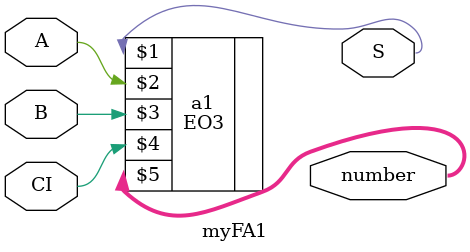
<source format=v>
module sigmoid (
	input         clk,
	input         rst_n,
	input         i_in_valid,
	input  [ 7:0] i_x,
	output [15:0] o_y,
	output        o_out_valid,
	output [50:0] number
);

// Your design

	wire [50:0] number0,partialnumber42,number42,partialnumber21,number21,number11,number12,number24,numberDFF;
	wire [6:0] ans_n4ton2,ans_n2ton1,ans_n1top1,ans_p1top2,ans_p2top4; // ans wire -4 to -2, -2 to -1 etc.

	// x = [-4,-2)
	wire [3:0] constant42;
	assign constant42 = 4'b1010; //approximation of 0.19971  7'b0011010
	wire [6:0] shift5; // input multiply 1/32
	//assign shift5[7] = i_x[7];
	assign shift5[6] = i_x[7];
	assign shift5[5] = i_x[7];
	assign shift5[4] = i_x[7];
	assign shift5[3] = i_x[6];
	assign shift5[2] = i_x[5];
	assign shift5[1] = i_x[4];
	assign shift5[0] = i_x[3];

	wire [6:0] shift6; // input multiply 1/64
	//assign shift6[7] = i_x[7];
	assign shift6[6] = i_x[7];
	assign shift6[5] = i_x[7];
	assign shift6[4] = i_x[7];
	assign shift6[3] = i_x[7];
	assign shift6[2] = i_x[6];
	assign shift6[1] = i_x[5];
	assign shift6[0] = i_x[4];

	wire [3:0] ax42; // ax of ax+b in [-4,-2) and [2,4): approximation of 0.04767x
	FA4 partialsum42(ax42,shift5[3:0],shift6[3:0],partialnumber42);
	wire [3:0] subans_n4ton2;
	FA4 ans42(subans_n4ton2,ax42,constant42,number42);
	assign ans_n4ton2 = {3'b000, subans_n4ton2};

	// x = [-2,-1)	
	wire [5:0] constant21;
	assign constant21 = 6'b110111; // approximation of 0.42199  7'b0110111
	wire [6:0] shift3; // input multiply 1/8
	//assign shift3[7] = i_x[7];
	assign shift3[6] = i_x[7];
	assign shift3[5] = i_x[6];
	assign shift3[4] = i_x[5];
	assign shift3[3] = i_x[4];
	assign shift3[2] = i_x[3];
	assign shift3[1] = i_x[2];
	assign shift3[0] = i_x[1];

	wire [5:0] ax21; // ax of ax+b in [-2,-1) and [1,2): approximation of 0.15881x
	FA6 partialsum21(ax21,shift5[5:0],shift3[5:0],partialnumber21);
	wire [5:0] subans_n2ton1;
	FA6 ans21(subans_n2ton1,ax21,constant21,number21);
	assign ans_n2ton1 = {1'b0, subans_n2ton1};

	// x = [-1,1) // y = 0.25x+0.5 = 0.25(x+2)
	wire [6:0] plus2;
	IV plus_2(plus2[6],i_x[6],number11);
	assign plus2[5] = i_x[5];
	assign plus2[4] = i_x[4];
	assign plus2[3] = i_x[3];
	assign plus2[2] = i_x[2];
	assign plus2[1] = i_x[1];
	assign plus2[0] = i_x[0];
	assign ans_n1top1 = plus2;

	// x = [1,2)
	wire [5:0] constant12;
	assign constant12 = 6'b001011; // approximation of 0.57801  7'b1001011
	//wire [5:0] ax12; // ax of ax+b in [1,2) : approximation of 0.15881x
	//FA6 partialsum12(ax12,shift3[5:0],shift5[5:0]);
	wire [5:0] subans_p1top2;
	FA6 ans12(subans_p1top2,ax21,constant12,number12);
	assign ans_p1top2 = {1'b1, subans_p1top2};

	// x = [2,4)
	wire [3:0] constant24;
	assign constant24 = 4'b1000; // approximation of 0.80029  7'b1101000
	wire [3:0] subans_p2top4;
	FA4 ans24(subans_p2top4,ax42,constant24,number24);
	assign ans_p2top4 = {3'b111, subans_p2top4};

	// output stage 
	wire [50:0] numbersubout1,numbersubout2,numbersubout3,numberout,numbereq3;
	wire[6:0] subout1,subout2,subout3,finalans;
	wire inputMSB3; // highest 3 bits same?
	EQ3 msb3eq(inputMSB3,i_x[7],i_x[6],i_x[5],numbereq3);
	MUX7 mux12_24(subout1,ans_p1top2,ans_p2top4,i_x[6],numbersubout1);
	MUX7 mux42_21(subout2,ans_n4ton2,ans_n2ton1,i_x[6],numbersubout2);
	MUX7 muxsubout(subout3,subout1,subout2,i_x[7],numbersubout3);
	MUX7 ansout(finalans,subout3,ans_n1top1,inputMSB3,numberout);

	wire [6:0] temp;
	REGP dff1(clk,rst_n,temp,finalans,numberDFF);
	assign o_y = {1'b0, temp, 8'd0};

	REGP0 dff0(clk,rst_n,o_out_valid,i_in_valid,number0);

	assign number = number0+partialnumber42+number42+partialnumber21+number21+number11+number12+number24+numberDFF+numbersubout1+numbersubout2+numbersubout3+numberout+numbereq3;

// end of design
endmodule

//BW-bit FD2
module REGP#(
	parameter BW = 7
)(
	input           clk,
	input           rst_n,
	output [BW-1:0] Q,
	input  [BW-1:0] D,
	output [  50:0] number
);

wire [50:0] numbers [0:BW-1];

genvar i;
generate
	for (i=0; i<BW; i=i+1) begin
		FD2 f0(Q[i], D[i], clk, rst_n, numbers[i]);
	end
endgenerate

//sum number of transistors
reg [50:0] sum;
integer j;
always @(*) begin
	sum = 0;
	for (j=0; j<BW; j=j+1) begin 
		sum = sum + numbers[j];
	end
end

assign number = sum;

endmodule

module REGP0#(
	parameter BW = 1
)(
	input           clk,
	input           rst_n,
	output [BW-1:0] Q,
	input  [BW-1:0] D,
	output [  50:0] number
);

wire [50:0] numbers [0:BW-1];

genvar i;
generate
	for (i=0; i<BW; i=i+1) begin
		FD2 f0(Q[i], D[i], clk, rst_n, numbers[i]);
	end
endgenerate

//sum number of transistors
reg [50:0] sum;
integer j;
always @(*) begin
	sum = 0;
	for (j=0; j<BW; j=j+1) begin 
		sum = sum + numbers[j];
	end
end

assign number = sum;

endmodule

module FA4(S,A,B,number); // 4bits FA
	
	input [3:0] A,B;
	output [3:0]S;
	output [50:0] number;
	wire [3:0] CI;
	assign CI[0] = 1'b0;
	wire [50:0] numbers [0:3];

	HA1 ha(CI[1], S[0], A[0], B[0], numbers[0]);
	genvar i;
	generate
		for (i=1; i<3; i=i+1) begin
			FA1 fa(CI[i+1], S[i], A[i], B[i], CI[i], numbers[i]);
		end
	endgenerate

	myFA1 fa4(S[3],A[3],B[3],CI[3],numbers[3]);

	//sum number of transistors
	reg [50:0] sum;
	integer j;
	always @(*) begin
		sum = 0;
		for (j=0; j<4; j=j+1) begin 
			sum = sum + numbers[j];
		end
	end

	assign number = sum;
endmodule

module FA5(S,A,B,number); // 5bits FA
	
	input [4:0] A,B;
	output [4:0]S;
	output [50:0] number;
	wire [4:0] CI;
	assign CI[0] = 1'b0;
	wire [50:0] numbers [0:4];

	HA1 ha(CI[1], S[0], A[0], B[0], numbers[0]);
	genvar i;
	generate
		for (i=1; i<4; i=i+1) begin
			FA1 fa(CI[i+1], S[i], A[i], B[i], CI[i], numbers[i]);
		end
	endgenerate

	myFA1 fa5(S[4],A[4],B[4],CI[4],numbers[4]);

	//sum number of transistors
	reg [50:0] sum;
	integer j;
	always @(*) begin
		sum = 0;
		for (j=0; j<5; j=j+1) begin 
			sum = sum + numbers[j];
		end
	end

	assign number = sum;
endmodule

module FA6(S,A,B,number); // 6bits FA
	
	input [5:0] A,B;
	output [5:0]S;
	output [50:0] number;
	wire [5:0] CI;
	assign CI[0] = 1'b0;
	wire [50:0] numbers [0:5];

	HA1 ha(CI[1], S[0], A[0], B[0], numbers[0]);
	genvar i;
	generate
		for (i=1; i<5; i=i+1) begin
			FA1 fa(CI[i+1], S[i], A[i], B[i], CI[i], numbers[i]);
		end
	endgenerate

	myFA1 fa6(S[5],A[5],B[5],CI[5],numbers[5]);

	//sum number of transistors
	reg [50:0] sum;
	integer j;
	always @(*) begin
		sum = 0;
		for (j=0; j<6; j=j+1) begin 
			sum = sum + numbers[j];
		end
	end

	assign number = sum;
endmodule

module FA7(S,A,B,number); // 7bits FA
	
	input [6:0] A,B;
	output [6:0]S;
	output [50:0] number;
	wire [7:0] CI;
	assign CI[0] = 1'b0;
	wire [50:0] numbers [0:6];

	HA1 ha(CI[1], S[0], A[0], B[0], numbers[0]);
	genvar i;
	generate
		for (i=1; i<6; i=i+1) begin
			FA1 fa(CI[i+1], S[i], A[i], B[i], CI[i], numbers[i]);
		end
	endgenerate

	myFA1 fa7(S[6],A[6],B[6],CI[6],numbers[6]);
	wire CO6;
	// //FA1 fa0(CI[1], S[0], A[0], B[0], CI[0], numbers[0]);
	// FA1 fa1(CI[2], S[1], A[1], B[1], CI[1], numbers[1]);
	// FA1 fa2(CI[3], S[2], A[2], B[2], CI[2], numbers[2]);
	// FA1 fa3(CI[4], S[3], A[3], B[3], CI[3], numbers[3]);
	// FA1 fa4(CI[5], S[4], A[4], B[4], CI[4], numbers[4]);
	// FA1 fa5(CO6, S[5], A[5], B[5], CI[5], numbers[5]);
	// FA1 fa6(CI[7], S[6], A[6], B[6], CI[6], numbers[6]);
	// FA1 fa7(CI[8], S[7], A[7], B[7], CI[7], numbers[7]);
	
	// // carry skip
	// wire [50:0] EOnumber0,EOnumber1,EOnumber2,EOnumber3,EOnumber4,EOnumber5,EOnumber6;
	// wire [50:0] ANnumber0,ANnumber1,ANnumber2,ANnumber3,ANnumber4,ANnumber5,ANnumber6;
	// wire [50:0] ppnumber1,ppnumber2,ggnumber1,ggnumber2,MUXnumber1,MUXnumber2;
	// wire p0,p1,p2,p3,p4,p5,p6;
	// wire g0,g1,g2,g3,g4,g5,g6;
	// wire p03,p36; // carry propagate
	// wire g03,g46; // carry generate
	// EO eo0(p0,A[0],B[0],EOnumber0);
	// EO eo1(p1,A[1],B[1],EOnumber1);
	// EO eo2(p2,A[2],B[2],EOnumber2);
	// EO eo3(p3,A[3],B[3],EOnumber3);
	// EO eo4(p4,A[4],B[4],EOnumber4);
	// EO eo5(p5,A[5],B[5],EOnumber5);
	// EO eo6(p6,A[6],B[6],EOnumber6);
	// //AN4 pp1(p03,p0,p1,p2,p3,ppnumber1);
	// AN4 pp2(p36,P3,p4,p5,p2,ppnumber2);

	// // AN2 an0(g0,A[0],B[0],ANnumber0);
	// // AN2 an1(g1,A[1],B[1],ANnumber1);
	// // AN2 an2(g2,A[2],B[2],ANnumber2);
	// // AN2 an3(g3,A[3],B[3],ANnumber3);
	// // AN2 an4(g4,A[4],B[4],ANnumber4);
	// // AN2 an5(g5,A[5],B[5],ANnumber5);
	// // AN2 an6(g6,A[6],B[6],ANnumber6);
	// // ND4 gg1(g03,g0,g1,g2,g3,ggnumber1);
	// // ND3 gg2(g46,g4,g5,g6,ggnumber2);

	// //wire w1,w2,invg03,invg46;
	// //IV invg1(invg03,g03);
	// //IV invg2(invg46,g46);
	// // ND2 a1(w1,CI[0],p03);
	// // ND2 aa1(CI[4],w1,g03);
	// // ND2 a2(w2,CI[4],p46);
	// // ND2 aa2(CI[7],w2,g46);

	// //MUX21H mux1(CI[4],CO3,CI[0],p1,MUXnumber1);
	// MUX21H mux2(CI[6],CO6,CI[2],p36,MUXnumber2);

	//sum number of transistors
	reg [50:0] sum;
	integer j;
	always @(*) begin
		sum = 0;
		for (j=0; j<7; j=j+1) begin 
			sum = sum + numbers[j];
		end
	end

	assign number = sum;
endmodule

module MUX7(Z,A,B,CTRL,number); // 7bits MUX

	input [6:0] A,B;
	input CTRL;
	output [6:0] Z;
	wire [50:0] numbers [0:6];
	output [50:0] number;

	genvar i;
	generate
		for (i=0; i<7; i=i+1) begin
			MUX21H mux(Z[i], A[i], B[i], CTRL, numbers[i]);
		end
	endgenerate

	//sum number of transistors
	reg [50:0] sum;
	integer j;
	always @(*) begin
		sum = 0;
		for (j=0; j<7; j=j+1) begin 
			sum = sum + numbers[j];
		end
	end

	assign number = sum;
endmodule

module EQ3(Z,A,B,C,number); // equivalence

	input A,B,C;
	output Z;
	output [50:0] number;
	wire W1,W2;
	wire [50:0] number1,number2,number3;
	AN3 SUB1(W1,A,B,C,number1);
	NR3 SUB2(W2,A,B,C,number2);
	OR2 SUB3(Z,W1,W2,number3);
	
	assign number = number1+number2+number3; // 8 + 6 + 6

endmodule

module myFA1(S,A,B,CI,number); // FA without carry out

	input A,B,CI;
	output S;
	output [50:0] number;
	wire [50:0] n1;
	
	EO3 a1(S,A,B,CI,number);
	

endmodule
</source>
